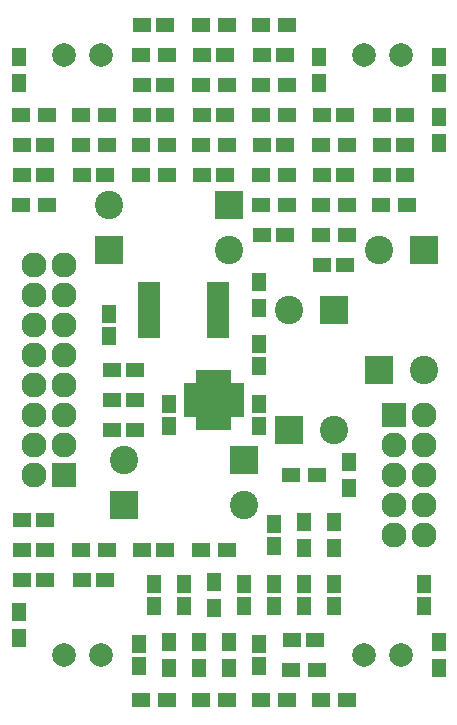
<source format=gbr>
G04 #@! TF.FileFunction,Soldermask,Top*
%FSLAX46Y46*%
G04 Gerber Fmt 4.6, Leading zero omitted, Abs format (unit mm)*
G04 Created by KiCad (PCBNEW (after 2015-mar-04 BZR unknown)-product) date Mon 16 Nov 2015 02:55:06 AM EST*
%MOMM*%
G01*
G04 APERTURE LIST*
%ADD10C,0.100000*%
%ADD11R,1.600000X1.150000*%
%ADD12R,1.150000X1.600000*%
%ADD13C,2.398980*%
%ADD14R,2.398980X2.398980*%
%ADD15R,2.127200X2.127200*%
%ADD16O,2.127200X2.127200*%
%ADD17R,1.600000X1.300000*%
%ADD18R,1.300000X1.600000*%
%ADD19C,2.000200*%
%ADD20R,1.850000X0.850000*%
%ADD21R,1.200000X0.600000*%
%ADD22R,0.600000X1.200000*%
%ADD23R,1.600000X1.600000*%
G04 APERTURE END LIST*
D10*
D11*
X88580000Y-104140000D03*
X86680000Y-104140000D03*
X86680000Y-109220000D03*
X88580000Y-109220000D03*
X86680000Y-111760000D03*
X88580000Y-111760000D03*
X93660000Y-111760000D03*
X91760000Y-111760000D03*
X91760000Y-106680000D03*
X93660000Y-106680000D03*
X76520000Y-116840000D03*
X78420000Y-116840000D03*
X78420000Y-114300000D03*
X76520000Y-114300000D03*
X81600000Y-116840000D03*
X83500000Y-116840000D03*
X101920000Y-111760000D03*
X103820000Y-111760000D03*
X101920000Y-116840000D03*
X103820000Y-116840000D03*
X98740000Y-106680000D03*
X96840000Y-106680000D03*
X108900000Y-114300000D03*
X107000000Y-114300000D03*
X108900000Y-111760000D03*
X107000000Y-111760000D03*
X108900000Y-116840000D03*
X107000000Y-116840000D03*
X96840000Y-114300000D03*
X98740000Y-114300000D03*
X101920000Y-124460000D03*
X103820000Y-124460000D03*
X98740000Y-121920000D03*
X96840000Y-121920000D03*
X91760000Y-116840000D03*
X93660000Y-116840000D03*
X78420000Y-146050000D03*
X76520000Y-146050000D03*
X78420000Y-148590000D03*
X76520000Y-148590000D03*
X78420000Y-151130000D03*
X76520000Y-151130000D03*
X83500000Y-151130000D03*
X81600000Y-151130000D03*
D12*
X86360000Y-156530000D03*
X86360000Y-158430000D03*
D11*
X99380000Y-156210000D03*
X101280000Y-156210000D03*
D12*
X110490000Y-151450000D03*
X110490000Y-153350000D03*
X102870000Y-151450000D03*
X102870000Y-153350000D03*
X100330000Y-151450000D03*
X100330000Y-153350000D03*
X97790000Y-151450000D03*
X97790000Y-153350000D03*
X95250000Y-151450000D03*
X95250000Y-153350000D03*
X96520000Y-158430000D03*
X96520000Y-156530000D03*
X90170000Y-151450000D03*
X90170000Y-153350000D03*
D11*
X86040000Y-138430000D03*
X84140000Y-138430000D03*
D12*
X87630000Y-153350000D03*
X87630000Y-151450000D03*
D11*
X86040000Y-135890000D03*
X84140000Y-135890000D03*
D12*
X97790000Y-146370000D03*
X97790000Y-148270000D03*
X96520000Y-136210000D03*
X96520000Y-138110000D03*
X96520000Y-131130000D03*
X96520000Y-133030000D03*
D11*
X86040000Y-133350000D03*
X84140000Y-133350000D03*
X86680000Y-148590000D03*
X88580000Y-148590000D03*
D12*
X83820000Y-128590000D03*
X83820000Y-130490000D03*
X88900000Y-138110000D03*
X88900000Y-136210000D03*
D13*
X83820000Y-119380000D03*
D14*
X93980000Y-119380000D03*
D13*
X93980000Y-123190000D03*
D14*
X83820000Y-123190000D03*
D13*
X110490000Y-133350000D03*
D14*
X110490000Y-123190000D03*
D13*
X106680000Y-123190000D03*
D14*
X106680000Y-133350000D03*
D13*
X85090000Y-140970000D03*
D14*
X95250000Y-140970000D03*
D13*
X95250000Y-144780000D03*
D14*
X85090000Y-144780000D03*
D13*
X102870000Y-138430000D03*
D14*
X102870000Y-128270000D03*
D13*
X99060000Y-128270000D03*
D14*
X99060000Y-138430000D03*
D15*
X107950000Y-137160000D03*
D16*
X110490000Y-137160000D03*
X107950000Y-139700000D03*
X110490000Y-139700000D03*
X107950000Y-142240000D03*
X110490000Y-142240000D03*
X107950000Y-144780000D03*
X110490000Y-144780000D03*
X107950000Y-147320000D03*
X110490000Y-147320000D03*
D15*
X80010000Y-142240000D03*
D16*
X77470000Y-142240000D03*
X80010000Y-139700000D03*
X77470000Y-139700000D03*
X80010000Y-137160000D03*
X77470000Y-137160000D03*
X80010000Y-134620000D03*
X77470000Y-134620000D03*
X80010000Y-132080000D03*
X77470000Y-132080000D03*
X80010000Y-129540000D03*
X77470000Y-129540000D03*
X80010000Y-127000000D03*
X77470000Y-127000000D03*
X80010000Y-124460000D03*
X77470000Y-124460000D03*
D17*
X86530000Y-106680000D03*
X88730000Y-106680000D03*
X91610000Y-104140000D03*
X93810000Y-104140000D03*
X86530000Y-114300000D03*
X88730000Y-114300000D03*
X91610000Y-109220000D03*
X93810000Y-109220000D03*
X81450000Y-111760000D03*
X83650000Y-111760000D03*
X91610000Y-114300000D03*
X93810000Y-114300000D03*
X78570000Y-111760000D03*
X76370000Y-111760000D03*
X81450000Y-114300000D03*
X83650000Y-114300000D03*
X78570000Y-119380000D03*
X76370000Y-119380000D03*
X96690000Y-111760000D03*
X98890000Y-111760000D03*
X98890000Y-104140000D03*
X96690000Y-104140000D03*
X96690000Y-109220000D03*
X98890000Y-109220000D03*
X101770000Y-119380000D03*
X103970000Y-119380000D03*
X96690000Y-116840000D03*
X98890000Y-116840000D03*
X101770000Y-114300000D03*
X103970000Y-114300000D03*
X106850000Y-119380000D03*
X109050000Y-119380000D03*
X101770000Y-121920000D03*
X103970000Y-121920000D03*
X99230000Y-142240000D03*
X101430000Y-142240000D03*
X83650000Y-148590000D03*
X81450000Y-148590000D03*
D18*
X88900000Y-156380000D03*
X88900000Y-158580000D03*
D17*
X86530000Y-161290000D03*
X88730000Y-161290000D03*
D18*
X111760000Y-158580000D03*
X111760000Y-156380000D03*
X111760000Y-111930000D03*
X111760000Y-114130000D03*
D17*
X86530000Y-116840000D03*
X88730000Y-116840000D03*
X96690000Y-119380000D03*
X98890000Y-119380000D03*
X99230000Y-158750000D03*
X101430000Y-158750000D03*
X101770000Y-161290000D03*
X103970000Y-161290000D03*
X96690000Y-161290000D03*
X98890000Y-161290000D03*
X91610000Y-161290000D03*
X93810000Y-161290000D03*
D18*
X102870000Y-146220000D03*
X102870000Y-148420000D03*
X92710000Y-153500000D03*
X92710000Y-151300000D03*
X93980000Y-156380000D03*
X93980000Y-158580000D03*
X91440000Y-158580000D03*
X91440000Y-156380000D03*
D17*
X91610000Y-148590000D03*
X93810000Y-148590000D03*
D18*
X100330000Y-146220000D03*
X100330000Y-148420000D03*
X104140000Y-143340000D03*
X104140000Y-141140000D03*
X76200000Y-156040000D03*
X76200000Y-153840000D03*
X101600000Y-109050000D03*
X101600000Y-106850000D03*
X76200000Y-109050000D03*
X76200000Y-106850000D03*
X111760000Y-106850000D03*
X111760000Y-109050000D03*
X96520000Y-128100000D03*
X96520000Y-125900000D03*
D19*
X105410000Y-106680000D03*
X108585000Y-106680000D03*
X80010000Y-106680000D03*
X83185000Y-106680000D03*
D20*
X93120000Y-130220000D03*
X93120000Y-129570000D03*
X93120000Y-128920000D03*
X93120000Y-128270000D03*
X93120000Y-127620000D03*
X93120000Y-126970000D03*
X93120000Y-126320000D03*
X87220000Y-126320000D03*
X87220000Y-126970000D03*
X87220000Y-127620000D03*
X87220000Y-128270000D03*
X87220000Y-128920000D03*
X87220000Y-129570000D03*
X87220000Y-130220000D03*
D19*
X80010000Y-157480000D03*
X83185000Y-157480000D03*
X105410000Y-157480000D03*
X108585000Y-157480000D03*
D21*
X90760000Y-134690000D03*
X90760000Y-135090000D03*
X90760000Y-135490000D03*
X90760000Y-135890000D03*
X90760000Y-136290000D03*
X90760000Y-136690000D03*
X90760000Y-137090000D03*
D22*
X91510000Y-137840000D03*
X91910000Y-137840000D03*
X92310000Y-137840000D03*
X92710000Y-137840000D03*
X93110000Y-137840000D03*
X93510000Y-137840000D03*
X93910000Y-137840000D03*
D21*
X94660000Y-137090000D03*
X94660000Y-136690000D03*
X94660000Y-136290000D03*
X94660000Y-135890000D03*
X94660000Y-135490000D03*
X94660000Y-135090000D03*
X94660000Y-134690000D03*
D22*
X93910000Y-133940000D03*
X93510000Y-133940000D03*
X93110000Y-133940000D03*
X92710000Y-133940000D03*
X92310000Y-133940000D03*
X91910000Y-133940000D03*
X91510000Y-133940000D03*
D23*
X93310000Y-136490000D03*
X93310000Y-135290000D03*
X92110000Y-136490000D03*
X92110000Y-135290000D03*
M02*

</source>
